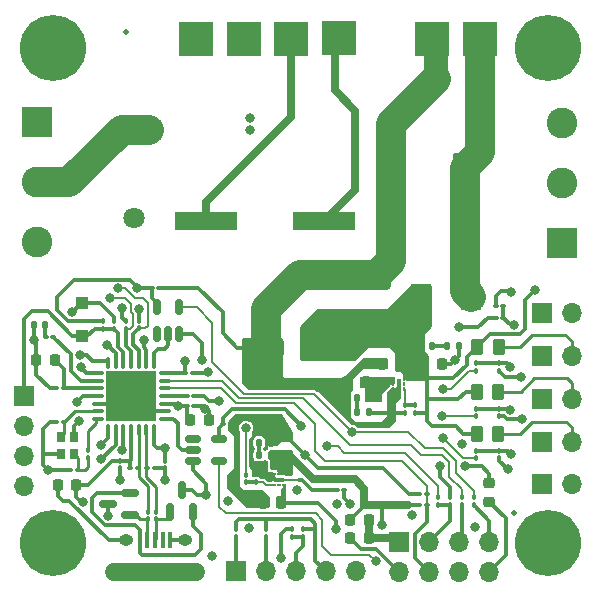
<source format=gtl>
G04 #@! TF.GenerationSoftware,KiCad,Pcbnew,(7.0.0)*
G04 #@! TF.CreationDate,2023-09-29T14:02:52-04:00*
G04 #@! TF.ProjectId,_HW_HotPlate,5f48575f-486f-4745-906c-6174652e6b69,rev?*
G04 #@! TF.SameCoordinates,Original*
G04 #@! TF.FileFunction,Copper,L1,Top*
G04 #@! TF.FilePolarity,Positive*
%FSLAX46Y46*%
G04 Gerber Fmt 4.6, Leading zero omitted, Abs format (unit mm)*
G04 Created by KiCad (PCBNEW (7.0.0)) date 2023-09-29 14:02:52*
%MOMM*%
%LPD*%
G01*
G04 APERTURE LIST*
G04 Aperture macros list*
%AMRoundRect*
0 Rectangle with rounded corners*
0 $1 Rounding radius*
0 $2 $3 $4 $5 $6 $7 $8 $9 X,Y pos of 4 corners*
0 Add a 4 corners polygon primitive as box body*
4,1,4,$2,$3,$4,$5,$6,$7,$8,$9,$2,$3,0*
0 Add four circle primitives for the rounded corners*
1,1,$1+$1,$2,$3*
1,1,$1+$1,$4,$5*
1,1,$1+$1,$6,$7*
1,1,$1+$1,$8,$9*
0 Add four rect primitives between the rounded corners*
20,1,$1+$1,$2,$3,$4,$5,0*
20,1,$1+$1,$4,$5,$6,$7,0*
20,1,$1+$1,$6,$7,$8,$9,0*
20,1,$1+$1,$8,$9,$2,$3,0*%
G04 Aperture macros list end*
G04 #@! TA.AperFunction,ComponentPad*
%ADD10R,2.600000X2.600000*%
G04 #@! TD*
G04 #@! TA.AperFunction,ComponentPad*
%ADD11C,2.600000*%
G04 #@! TD*
G04 #@! TA.AperFunction,SMDPad,CuDef*
%ADD12RoundRect,0.100000X-0.100000X0.130000X-0.100000X-0.130000X0.100000X-0.130000X0.100000X0.130000X0*%
G04 #@! TD*
G04 #@! TA.AperFunction,ComponentPad*
%ADD13R,1.700000X1.700000*%
G04 #@! TD*
G04 #@! TA.AperFunction,ComponentPad*
%ADD14O,1.700000X1.700000*%
G04 #@! TD*
G04 #@! TA.AperFunction,ComponentPad*
%ADD15C,3.600000*%
G04 #@! TD*
G04 #@! TA.AperFunction,ConnectorPad*
%ADD16C,5.600000*%
G04 #@! TD*
G04 #@! TA.AperFunction,SMDPad,CuDef*
%ADD17RoundRect,0.150000X-0.512500X-0.150000X0.512500X-0.150000X0.512500X0.150000X-0.512500X0.150000X0*%
G04 #@! TD*
G04 #@! TA.AperFunction,SMDPad,CuDef*
%ADD18RoundRect,0.225000X-0.225000X-0.250000X0.225000X-0.250000X0.225000X0.250000X-0.225000X0.250000X0*%
G04 #@! TD*
G04 #@! TA.AperFunction,SMDPad,CuDef*
%ADD19RoundRect,0.100000X0.100000X-0.130000X0.100000X0.130000X-0.100000X0.130000X-0.100000X-0.130000X0*%
G04 #@! TD*
G04 #@! TA.AperFunction,SMDPad,CuDef*
%ADD20RoundRect,0.100000X-0.130000X-0.100000X0.130000X-0.100000X0.130000X0.100000X-0.130000X0.100000X0*%
G04 #@! TD*
G04 #@! TA.AperFunction,SMDPad,CuDef*
%ADD21RoundRect,0.100000X0.130000X0.100000X-0.130000X0.100000X-0.130000X-0.100000X0.130000X-0.100000X0*%
G04 #@! TD*
G04 #@! TA.AperFunction,SMDPad,CuDef*
%ADD22RoundRect,0.250000X0.300000X-0.300000X0.300000X0.300000X-0.300000X0.300000X-0.300000X-0.300000X0*%
G04 #@! TD*
G04 #@! TA.AperFunction,SMDPad,CuDef*
%ADD23RoundRect,0.135000X-0.135000X-0.185000X0.135000X-0.185000X0.135000X0.185000X-0.135000X0.185000X0*%
G04 #@! TD*
G04 #@! TA.AperFunction,SMDPad,CuDef*
%ADD24RoundRect,0.062500X-0.087500X0.062500X-0.087500X-0.062500X0.087500X-0.062500X0.087500X0.062500X0*%
G04 #@! TD*
G04 #@! TA.AperFunction,SMDPad,CuDef*
%ADD25R,0.940000X0.300000*%
G04 #@! TD*
G04 #@! TA.AperFunction,SMDPad,CuDef*
%ADD26RoundRect,0.075000X-0.437500X-0.075000X0.437500X-0.075000X0.437500X0.075000X-0.437500X0.075000X0*%
G04 #@! TD*
G04 #@! TA.AperFunction,SMDPad,CuDef*
%ADD27RoundRect,0.075000X-0.075000X-0.437500X0.075000X-0.437500X0.075000X0.437500X-0.075000X0.437500X0*%
G04 #@! TD*
G04 #@! TA.AperFunction,ComponentPad*
%ADD28C,0.500000*%
G04 #@! TD*
G04 #@! TA.AperFunction,SMDPad,CuDef*
%ADD29R,4.250000X4.250000*%
G04 #@! TD*
G04 #@! TA.AperFunction,SMDPad,CuDef*
%ADD30RoundRect,0.250000X0.787500X1.025000X-0.787500X1.025000X-0.787500X-1.025000X0.787500X-1.025000X0*%
G04 #@! TD*
G04 #@! TA.AperFunction,SMDPad,CuDef*
%ADD31C,0.500000*%
G04 #@! TD*
G04 #@! TA.AperFunction,SMDPad,CuDef*
%ADD32RoundRect,0.062500X-0.062500X-0.087500X0.062500X-0.087500X0.062500X0.087500X-0.062500X0.087500X0*%
G04 #@! TD*
G04 #@! TA.AperFunction,SMDPad,CuDef*
%ADD33R,0.300000X0.940000*%
G04 #@! TD*
G04 #@! TA.AperFunction,SMDPad,CuDef*
%ADD34RoundRect,0.147500X-0.147500X-0.172500X0.147500X-0.172500X0.147500X0.172500X-0.147500X0.172500X0*%
G04 #@! TD*
G04 #@! TA.AperFunction,SMDPad,CuDef*
%ADD35RoundRect,0.250000X-0.262500X-0.450000X0.262500X-0.450000X0.262500X0.450000X-0.262500X0.450000X0*%
G04 #@! TD*
G04 #@! TA.AperFunction,SMDPad,CuDef*
%ADD36RoundRect,0.225000X0.225000X0.250000X-0.225000X0.250000X-0.225000X-0.250000X0.225000X-0.250000X0*%
G04 #@! TD*
G04 #@! TA.AperFunction,SMDPad,CuDef*
%ADD37RoundRect,0.250000X0.900000X-1.000000X0.900000X1.000000X-0.900000X1.000000X-0.900000X-1.000000X0*%
G04 #@! TD*
G04 #@! TA.AperFunction,SMDPad,CuDef*
%ADD38RoundRect,0.147500X0.147500X0.172500X-0.147500X0.172500X-0.147500X-0.172500X0.147500X-0.172500X0*%
G04 #@! TD*
G04 #@! TA.AperFunction,SMDPad,CuDef*
%ADD39RoundRect,0.218750X-0.218750X-0.256250X0.218750X-0.256250X0.218750X0.256250X-0.218750X0.256250X0*%
G04 #@! TD*
G04 #@! TA.AperFunction,SMDPad,CuDef*
%ADD40RoundRect,0.150000X0.587500X0.150000X-0.587500X0.150000X-0.587500X-0.150000X0.587500X-0.150000X0*%
G04 #@! TD*
G04 #@! TA.AperFunction,SMDPad,CuDef*
%ADD41RoundRect,0.218750X-0.256250X0.218750X-0.256250X-0.218750X0.256250X-0.218750X0.256250X0.218750X0*%
G04 #@! TD*
G04 #@! TA.AperFunction,SMDPad,CuDef*
%ADD42R,5.308600X1.498600*%
G04 #@! TD*
G04 #@! TA.AperFunction,SMDPad,CuDef*
%ADD43R,1.700000X2.200000*%
G04 #@! TD*
G04 #@! TA.AperFunction,SMDPad,CuDef*
%ADD44RoundRect,0.225000X0.250000X-0.225000X0.250000X0.225000X-0.250000X0.225000X-0.250000X-0.225000X0*%
G04 #@! TD*
G04 #@! TA.AperFunction,SMDPad,CuDef*
%ADD45R,0.800000X0.900000*%
G04 #@! TD*
G04 #@! TA.AperFunction,SMDPad,CuDef*
%ADD46RoundRect,0.150000X0.150000X-0.512500X0.150000X0.512500X-0.150000X0.512500X-0.150000X-0.512500X0*%
G04 #@! TD*
G04 #@! TA.AperFunction,SMDPad,CuDef*
%ADD47R,0.400000X1.350000*%
G04 #@! TD*
G04 #@! TA.AperFunction,ComponentPad*
%ADD48O,0.890000X1.550000*%
G04 #@! TD*
G04 #@! TA.AperFunction,SMDPad,CuDef*
%ADD49R,1.200000X1.550000*%
G04 #@! TD*
G04 #@! TA.AperFunction,ComponentPad*
%ADD50O,1.250000X0.950000*%
G04 #@! TD*
G04 #@! TA.AperFunction,SMDPad,CuDef*
%ADD51R,1.500000X1.550000*%
G04 #@! TD*
G04 #@! TA.AperFunction,SMDPad,CuDef*
%ADD52RoundRect,0.150000X0.150000X-0.587500X0.150000X0.587500X-0.150000X0.587500X-0.150000X-0.587500X0*%
G04 #@! TD*
G04 #@! TA.AperFunction,SMDPad,CuDef*
%ADD53RoundRect,0.250000X1.500000X0.550000X-1.500000X0.550000X-1.500000X-0.550000X1.500000X-0.550000X0*%
G04 #@! TD*
G04 #@! TA.AperFunction,ComponentPad*
%ADD54R,3.000000X3.000000*%
G04 #@! TD*
G04 #@! TA.AperFunction,ComponentPad*
%ADD55C,1.800000*%
G04 #@! TD*
G04 #@! TA.AperFunction,ViaPad*
%ADD56C,0.800000*%
G04 #@! TD*
G04 #@! TA.AperFunction,Conductor*
%ADD57C,0.304800*%
G04 #@! TD*
G04 #@! TA.AperFunction,Conductor*
%ADD58C,2.540000*%
G04 #@! TD*
G04 #@! TA.AperFunction,Conductor*
%ADD59C,2.032000*%
G04 #@! TD*
G04 #@! TA.AperFunction,Conductor*
%ADD60C,0.203200*%
G04 #@! TD*
G04 #@! TA.AperFunction,Conductor*
%ADD61C,1.524000*%
G04 #@! TD*
G04 #@! TA.AperFunction,Conductor*
%ADD62C,0.254000*%
G04 #@! TD*
G04 #@! TA.AperFunction,Conductor*
%ADD63C,0.635000*%
G04 #@! TD*
G04 #@! TA.AperFunction,Conductor*
%ADD64C,0.177800*%
G04 #@! TD*
G04 APERTURE END LIST*
D10*
X162483799Y-147345399D03*
D11*
X162483800Y-142265400D03*
X162483800Y-137185400D03*
D12*
X140563600Y-171587200D03*
X140563600Y-172227200D03*
D13*
X134853999Y-175152599D03*
D14*
X137393999Y-175152599D03*
X139933999Y-175152599D03*
X142473999Y-175152599D03*
X145013999Y-175152599D03*
D15*
X119380000Y-130810000D03*
D16*
X119380000Y-130810000D03*
D17*
X131171200Y-163957100D03*
X131171200Y-164907100D03*
X131171200Y-165857100D03*
X133446200Y-165857100D03*
X133446200Y-163957100D03*
D18*
X150710600Y-157581600D03*
X152260600Y-157581600D03*
D13*
X116921999Y-160284799D03*
D14*
X116921999Y-162824799D03*
X116921999Y-165364799D03*
X116921999Y-167904799D03*
D18*
X130974900Y-162316300D03*
X132524900Y-162316300D03*
D19*
X139598400Y-172227200D03*
X139598400Y-171587200D03*
D13*
X160725799Y-164168399D03*
D14*
X163265799Y-164168399D03*
D20*
X130667900Y-161122500D03*
X131307900Y-161122500D03*
D19*
X155168600Y-162016400D03*
X155168600Y-161376400D03*
X155166386Y-165574945D03*
X155166386Y-164934945D03*
D12*
X157149800Y-161376400D03*
X157149800Y-162016400D03*
D21*
X157495200Y-153670000D03*
X156855200Y-153670000D03*
D12*
X154965400Y-168894800D03*
X154965400Y-169534800D03*
X126669800Y-153959600D03*
X126669800Y-154599600D03*
D22*
X121843800Y-155247800D03*
X121843800Y-152447800D03*
D12*
X153974800Y-168894800D03*
X153974800Y-169534800D03*
X125501400Y-153975193D03*
X125501400Y-154615193D03*
D23*
X136802400Y-164261800D03*
X137822400Y-164261800D03*
D12*
X124993400Y-165796000D03*
X124993400Y-166436000D03*
D24*
X138874400Y-166911000D03*
X138474400Y-166911000D03*
X138074400Y-166911000D03*
X138074400Y-167861000D03*
X138474400Y-167861000D03*
X138874400Y-167861000D03*
D25*
X138474399Y-167385999D03*
D26*
X123128700Y-158367200D03*
X123128700Y-159017200D03*
X123128700Y-159667200D03*
X123128700Y-160317200D03*
X123128700Y-160967200D03*
X123128700Y-161617200D03*
X123128700Y-162267200D03*
D27*
X124016200Y-163154700D03*
X124666200Y-163154700D03*
X125316200Y-163154700D03*
X125966200Y-163154700D03*
X126616200Y-163154700D03*
X127266200Y-163154700D03*
X127916200Y-163154700D03*
D26*
X128803700Y-162267200D03*
X128803700Y-161617200D03*
X128803700Y-160967200D03*
X128803700Y-160317200D03*
X128803700Y-159667200D03*
X128803700Y-159017200D03*
X128803700Y-158367200D03*
D27*
X127916200Y-157479700D03*
X127266200Y-157479700D03*
X126616200Y-157479700D03*
X125966200Y-157479700D03*
X125316200Y-157479700D03*
X124666200Y-157479700D03*
X124016200Y-157479700D03*
D28*
X124541200Y-158892200D03*
X124541200Y-159842200D03*
X124541200Y-160792200D03*
X124541200Y-161742200D03*
X125491200Y-158892200D03*
X125491200Y-159842200D03*
X125491200Y-160792200D03*
X125491200Y-161742200D03*
D29*
X125966199Y-160317199D03*
D28*
X126441200Y-158892200D03*
X126441200Y-159842200D03*
X126441200Y-160792200D03*
X126441200Y-161742200D03*
X127391200Y-158892200D03*
X127391200Y-159842200D03*
X127391200Y-160792200D03*
X127391200Y-161742200D03*
D30*
X154217100Y-140970000D03*
X147992100Y-140970000D03*
D19*
X155158400Y-158181000D03*
X155158400Y-157541000D03*
D20*
X127721400Y-151155400D03*
X128361400Y-151155400D03*
D13*
X160725799Y-153314799D03*
D14*
X163265799Y-153314799D03*
D31*
X125577600Y-129514600D03*
D32*
X148165800Y-158908800D03*
X148165800Y-159308800D03*
X148165800Y-159708800D03*
X149115800Y-159708800D03*
X149115800Y-159308800D03*
X149115800Y-158908800D03*
D33*
X148640799Y-159308799D03*
D34*
X145094800Y-160523606D03*
X146064800Y-160523606D03*
X136827400Y-165328600D03*
X137797400Y-165328600D03*
D12*
X137388600Y-171587200D03*
X137388600Y-172227200D03*
D15*
X161290000Y-172720000D03*
D16*
X161290000Y-172720000D03*
D19*
X136541600Y-167601200D03*
X136541600Y-166961200D03*
D35*
X155246700Y-159969200D03*
X157071700Y-159969200D03*
D30*
X154191700Y-145973800D03*
X147966700Y-145973800D03*
D35*
X155246700Y-163525200D03*
X157071700Y-163525200D03*
D20*
X133766600Y-162712400D03*
X134406600Y-162712400D03*
D36*
X148780800Y-157581600D03*
X147230800Y-157581600D03*
D12*
X123621800Y-153985000D03*
X123621800Y-154625000D03*
D37*
X146786600Y-154397600D03*
X146786600Y-150097600D03*
D20*
X125892600Y-166448300D03*
X126532600Y-166448300D03*
D13*
X160725799Y-160553799D03*
D14*
X163265799Y-160553799D03*
D36*
X138646200Y-169341800D03*
X137096200Y-169341800D03*
D21*
X131307900Y-160309700D03*
X130667900Y-160309700D03*
D19*
X128854200Y-166436000D03*
X128854200Y-165796000D03*
D13*
X148676999Y-172657599D03*
D14*
X148676999Y-175197599D03*
X151216999Y-172657599D03*
X151216999Y-175197599D03*
X153756999Y-172657599D03*
X153756999Y-175197599D03*
X156296999Y-172657599D03*
X156296999Y-175197599D03*
D23*
X145069800Y-161666606D03*
X146089800Y-161666606D03*
D38*
X151488000Y-156108400D03*
X150518000Y-156108400D03*
D19*
X127381000Y-170754000D03*
X127381000Y-170114000D03*
D36*
X121323400Y-167843200D03*
X119773400Y-167843200D03*
D39*
X144525900Y-170789600D03*
X146100900Y-170789600D03*
D12*
X149123400Y-161118006D03*
X149123400Y-161758006D03*
D21*
X121450900Y-166594700D03*
X120810900Y-166594700D03*
X120258900Y-162544900D03*
X119618900Y-162544900D03*
X120258800Y-159664400D03*
X119618800Y-159664400D03*
D19*
X128092200Y-170754000D03*
X128092200Y-170114000D03*
D40*
X125905500Y-170418800D03*
X125905500Y-168518800D03*
X124030500Y-169468800D03*
D41*
X156286200Y-167690700D03*
X156286200Y-169265700D03*
D12*
X157149800Y-164932400D03*
X157149800Y-165572400D03*
D21*
X119372300Y-155295600D03*
X118732300Y-155295600D03*
D42*
X132308599Y-145491199D03*
X142316199Y-145491199D03*
D12*
X152984200Y-168894800D03*
X152984200Y-169534800D03*
D19*
X150037800Y-161754941D03*
X150037800Y-161114941D03*
D35*
X155251728Y-156133800D03*
X157076728Y-156133800D03*
D12*
X157139600Y-157541000D03*
X157139600Y-158181000D03*
D13*
X160725799Y-156921599D03*
D14*
X163265799Y-156921599D03*
D10*
X118033599Y-137129599D03*
D11*
X118033600Y-142209600D03*
X118033600Y-147289600D03*
D34*
X117752000Y-154305000D03*
X118722000Y-154305000D03*
D15*
X161290000Y-130810000D03*
D16*
X161290000Y-130810000D03*
D21*
X150992800Y-168579800D03*
X150352800Y-168579800D03*
D36*
X145821400Y-159152006D03*
X144271400Y-159152006D03*
D12*
X135686800Y-166964400D03*
X135686800Y-167604400D03*
D15*
X119380000Y-172720000D03*
D16*
X119380000Y-172720000D03*
D21*
X131206200Y-158369000D03*
X130566200Y-158369000D03*
D23*
X152753600Y-156108400D03*
X153773600Y-156108400D03*
D43*
X154753999Y-151942799D03*
X150553999Y-151942799D03*
D44*
X139166600Y-165316200D03*
X139166600Y-163766200D03*
D45*
X119998499Y-163826099D03*
X119998499Y-165226099D03*
X121098499Y-165226099D03*
X121098499Y-163826099D03*
D46*
X128132900Y-155097200D03*
X129082900Y-155097200D03*
X130032900Y-155097200D03*
X130032900Y-152822200D03*
X128132900Y-152822200D03*
D31*
X158419800Y-170180000D03*
D47*
X126699999Y-172509199D03*
X127349999Y-172509199D03*
X127999999Y-172509199D03*
X128649999Y-172509199D03*
X129299999Y-172509199D03*
D48*
X124499999Y-175209199D03*
D49*
X125099999Y-175209199D03*
D50*
X125499999Y-172509199D03*
D51*
X126999999Y-175209199D03*
X128999999Y-175209199D03*
D50*
X130499999Y-172509199D03*
D49*
X130899999Y-175209199D03*
D48*
X131499999Y-175209199D03*
D52*
X129301200Y-170177700D03*
X131201200Y-170177700D03*
X130251200Y-168302700D03*
D19*
X122350100Y-165543100D03*
X122350100Y-164903100D03*
D36*
X146088400Y-172339000D03*
X144538400Y-172339000D03*
D53*
X142501600Y-156235400D03*
X137101600Y-156235400D03*
D12*
X151993600Y-168894800D03*
X151993600Y-169534800D03*
D13*
X160725799Y-167792799D03*
D14*
X163265799Y-167792799D03*
D36*
X119494600Y-157251400D03*
X117944600Y-157251400D03*
D54*
X131500399Y-130047999D03*
X135500399Y-130047999D03*
X139500399Y-130047999D03*
X143540399Y-130017999D03*
X151470399Y-130047999D03*
X155500399Y-130047999D03*
D21*
X127980400Y-166446200D03*
X127340400Y-166446200D03*
D19*
X124536200Y-154614700D03*
X124536200Y-153974700D03*
D55*
X127497600Y-137753400D03*
X126197600Y-145253400D03*
D21*
X144033200Y-168249600D03*
X143393200Y-168249600D03*
D20*
X150352800Y-169570400D03*
X150992800Y-169570400D03*
D12*
X134848600Y-171587200D03*
X134848600Y-172227200D03*
D20*
X156855200Y-152730200D03*
X157495200Y-152730200D03*
D56*
X159025832Y-162221940D03*
X137109200Y-157988000D03*
X131978400Y-157226000D03*
X137744200Y-159080200D03*
X137134600Y-166446200D03*
X153405417Y-157266217D03*
X138633200Y-173990000D03*
X158978600Y-158693486D03*
X135788400Y-157988000D03*
X124039174Y-170473826D03*
X136423400Y-159080200D03*
X118918900Y-166594700D03*
X132232400Y-161432300D03*
X117754400Y-155575000D03*
X137134600Y-162941000D03*
X153720800Y-154457400D03*
X157861000Y-166522400D03*
X149775580Y-170429015D03*
X121005600Y-153233100D03*
X124993400Y-167421500D03*
X121539000Y-162433000D03*
X132816600Y-173888400D03*
X135943289Y-171490700D03*
X155094600Y-171373800D03*
X132334000Y-168706800D03*
X138277600Y-157988000D03*
X154000200Y-164363400D03*
X140722500Y-165322100D03*
X121880174Y-169254626D03*
X126492000Y-151155400D03*
X143383000Y-169443400D03*
X144526000Y-169443400D03*
X140004800Y-168249600D03*
X129982100Y-161122500D03*
X128854200Y-167386000D03*
X132511800Y-158316100D03*
X134213600Y-169164000D03*
X140385800Y-162880100D03*
X147091400Y-159531300D03*
X149326600Y-156184600D03*
X143332200Y-171602400D03*
X160172400Y-151333200D03*
X149352000Y-154813000D03*
X149352000Y-153644600D03*
X147170967Y-171270527D03*
X154228800Y-166276045D03*
X152094747Y-166268853D03*
X136017000Y-137769600D03*
X136017000Y-136804400D03*
X128813500Y-164744400D03*
X124841000Y-151206200D03*
X124180600Y-152044400D03*
X144678400Y-163372800D03*
X146685000Y-174294800D03*
X158419800Y-154305000D03*
X135686800Y-163017200D03*
X125196600Y-164896800D03*
X130556000Y-157378400D03*
X123418600Y-164490400D03*
X123926600Y-155956000D03*
X152348747Y-163854947D03*
X121704100Y-157899100D03*
X152298400Y-162026600D03*
X121666000Y-156870400D03*
X152349200Y-159740600D03*
X142570200Y-164579753D03*
X121412000Y-160807400D03*
X123445726Y-165660526D03*
X158140400Y-151511000D03*
X127025400Y-155549600D03*
X158165800Y-165218686D03*
X158089600Y-161503400D03*
X158089600Y-157871200D03*
X125196600Y-152857200D03*
X126669800Y-152933400D03*
X133451600Y-160731200D03*
D57*
X157538545Y-162016400D02*
X157149800Y-162016400D01*
X131648200Y-151155400D02*
X133731000Y-153238200D01*
D58*
X146786600Y-150097600D02*
X140249800Y-150097600D01*
D57*
X119773400Y-168744600D02*
X120218200Y-169189400D01*
X141811005Y-166410605D02*
X140722500Y-165322100D01*
X128361400Y-151155400D02*
X131648200Y-151155400D01*
X146181200Y-161758006D02*
X146089800Y-161666606D01*
X121098500Y-162873500D02*
X121539000Y-162433000D01*
X118516400Y-164592000D02*
X118516400Y-165226100D01*
X121098500Y-163826100D02*
X121098500Y-162873500D01*
X152260600Y-157581600D02*
X153090033Y-157581600D01*
X157149800Y-165811200D02*
X157149800Y-165572400D01*
X121005600Y-153233100D02*
X121806000Y-152432700D01*
X121806000Y-152432700D02*
X123375100Y-152432700D01*
X118918900Y-166594700D02*
X118516400Y-166192200D01*
X117944600Y-157251400D02*
X117944600Y-155765200D01*
X133731000Y-153238200D02*
X133731000Y-154990800D01*
X156151106Y-153670000D02*
X155363706Y-154457400D01*
X117752000Y-155572600D02*
X117754400Y-155575000D01*
X120810900Y-166594700D02*
X118918900Y-166594700D01*
X119618800Y-159664400D02*
X119100600Y-159664400D01*
X148031200Y-160832800D02*
X148638400Y-160225600D01*
X133731000Y-154990800D02*
X134975600Y-156235400D01*
X139598400Y-171587200D02*
X139054800Y-171587200D01*
X118516400Y-165226100D02*
X119998500Y-165226100D01*
X157652086Y-158693486D02*
X157139600Y-158181000D01*
X131171200Y-165857100D02*
X131171200Y-166604200D01*
X130032900Y-155097200D02*
X131246600Y-155097200D01*
X141274800Y-168249600D02*
X143393200Y-168249600D01*
X131117100Y-168302700D02*
X131521200Y-168706800D01*
X158991972Y-162255800D02*
X157777945Y-162255800D01*
X149479000Y-168579800D02*
X147309805Y-166410605D01*
X146707400Y-173228000D02*
X148677000Y-175197600D01*
X124536200Y-153593800D02*
X124536200Y-153974700D01*
D58*
X137388600Y-152958800D02*
X137388600Y-155948400D01*
D57*
X144538400Y-172339000D02*
X145427400Y-173228000D01*
X131307900Y-161122500D02*
X132090300Y-161122500D01*
X139054800Y-171587200D02*
X138811000Y-171831000D01*
X123375100Y-152432700D02*
X124536200Y-153593800D01*
D58*
X147992100Y-137275300D02*
X147992100Y-148892100D01*
D57*
X128953700Y-161617200D02*
X127516200Y-161617200D01*
X158978600Y-158693486D02*
X157652086Y-158693486D01*
X138811000Y-171831000D02*
X138633200Y-172008800D01*
X148031200Y-161758006D02*
X146181200Y-161758006D01*
X153494317Y-157177317D02*
X153773600Y-156898033D01*
D58*
X151790400Y-133477000D02*
X147992100Y-137275300D01*
D57*
X148638400Y-160225600D02*
X148638400Y-159574963D01*
X159025832Y-162221940D02*
X158991972Y-162255800D01*
X127516200Y-161617200D02*
X127391200Y-161742200D01*
X119064900Y-162544900D02*
X119618900Y-162544900D01*
X148031200Y-161758006D02*
X148031200Y-160832800D01*
X156855200Y-153670000D02*
X156151106Y-153670000D01*
X140205254Y-167386000D02*
X140411200Y-167386000D01*
X117944600Y-155765200D02*
X117754400Y-155575000D01*
X150352800Y-168579800D02*
X149479000Y-168579800D01*
X157861000Y-166522400D02*
X157149800Y-165811200D01*
D59*
X151790400Y-130048000D02*
X151790400Y-133477000D01*
D57*
X132334000Y-167767000D02*
X132334000Y-168706800D01*
X145427400Y-173228000D02*
X146707400Y-173228000D01*
D58*
X147992100Y-148892100D02*
X146786600Y-150097600D01*
D57*
X119100600Y-159664400D02*
X117944600Y-158508400D01*
X132232400Y-161264600D02*
X132232400Y-161432300D01*
X118516400Y-164592000D02*
X118516400Y-163093400D01*
X120218200Y-169189400D02*
X120751600Y-169189400D01*
X134975600Y-156235400D02*
X137101600Y-156235400D01*
X132090300Y-161122500D02*
X132232400Y-161264600D01*
X153405417Y-157266217D02*
X153494317Y-157177317D01*
X131521200Y-168706800D02*
X132334000Y-168706800D01*
X140722500Y-165322100D02*
X139166600Y-163766200D01*
X119773400Y-167843200D02*
X119773400Y-168744600D01*
X122978700Y-160967200D02*
X124366200Y-160967200D01*
X147309805Y-166410605D02*
X141811005Y-166410605D01*
X131246600Y-155097200D02*
X131978400Y-155829000D01*
X131171200Y-166604200D02*
X132334000Y-167767000D01*
X140411200Y-167386000D02*
X141274800Y-168249600D01*
X117944600Y-158508400D02*
X117944600Y-157251400D01*
X153090033Y-157581600D02*
X153494317Y-157177317D01*
X124030500Y-170465152D02*
X124030500Y-169468800D01*
X155363706Y-154457400D02*
X153720800Y-154457400D01*
X132524900Y-161557100D02*
X132524900Y-162316300D01*
X124071400Y-172509200D02*
X125500000Y-172509200D01*
X129300000Y-172509200D02*
X130500000Y-172509200D01*
X131978400Y-155829000D02*
X131978400Y-157226000D01*
X130251200Y-168302700D02*
X131117100Y-168302700D01*
D58*
X140249800Y-150097600D02*
X137388600Y-152958800D01*
D57*
X124993400Y-167421500D02*
X124993400Y-166436000D01*
X124366200Y-160967200D02*
X124541200Y-160792200D01*
X153773600Y-156898033D02*
X153773600Y-156108400D01*
X132232400Y-161264600D02*
X132524900Y-161557100D01*
X138633200Y-172008800D02*
X138633200Y-173990000D01*
X120751600Y-169189400D02*
X124071400Y-172509200D01*
X124039174Y-170473826D02*
X124030500Y-170465152D01*
X149123400Y-161758006D02*
X148031200Y-161758006D01*
X118516400Y-163093400D02*
X119064900Y-162544900D01*
D60*
X140205254Y-167386000D02*
X138474400Y-167386000D01*
D61*
X124500000Y-175209200D02*
X131500000Y-175209200D01*
D57*
X157777945Y-162255800D02*
X157538545Y-162016400D01*
X117752000Y-154305000D02*
X117752000Y-155572600D01*
X118516400Y-166192200D02*
X118516400Y-164592000D01*
D62*
X120258900Y-162544900D02*
X120258900Y-163565700D01*
X121186600Y-161617200D02*
X120258900Y-162544900D01*
X122978700Y-161617200D02*
X121186600Y-161617200D01*
X121098500Y-165226100D02*
X121450900Y-165578500D01*
X121450900Y-165578500D02*
X121450900Y-166594700D01*
X121450900Y-166594700D02*
X122050900Y-166594700D01*
X122350100Y-166295500D02*
X122350100Y-165543100D01*
X122050900Y-166594700D02*
X122350100Y-166295500D01*
D57*
X129826800Y-160967200D02*
X129982100Y-161122500D01*
X133446200Y-163957100D02*
X133446200Y-163032800D01*
X125892600Y-166448300D02*
X125892600Y-165785800D01*
X125866600Y-150453800D02*
X126492000Y-151079200D01*
X138963400Y-161442400D02*
X140385800Y-162864800D01*
X133766600Y-162168800D02*
X134493000Y-161442400D01*
X128953700Y-160967200D02*
X129826800Y-160967200D01*
X130667900Y-161122500D02*
X130667900Y-162009300D01*
X125966200Y-163304700D02*
X125966200Y-165712200D01*
X133446200Y-163032800D02*
X133766600Y-162712400D01*
X128844000Y-166446200D02*
X128854200Y-166436000D01*
X130667900Y-162009300D02*
X130974900Y-162316300D01*
X125966200Y-165712200D02*
X125882400Y-165796000D01*
X124373600Y-165796000D02*
X122326400Y-167843200D01*
X120609400Y-153985000D02*
X119659400Y-153035000D01*
X132458900Y-158369000D02*
X132511800Y-158316100D01*
X121097600Y-150453800D02*
X125866600Y-150453800D01*
X127980400Y-166446200D02*
X128844000Y-166446200D01*
X134493000Y-161442400D02*
X138963400Y-161442400D01*
X127721400Y-151155400D02*
X127721400Y-152029200D01*
X128854200Y-166436000D02*
X128854200Y-167386000D01*
X124993400Y-165796000D02*
X124373600Y-165796000D01*
X133766600Y-162712400D02*
X133766600Y-162168800D01*
X140385800Y-162864800D02*
X140385800Y-162880100D01*
X126492000Y-151079200D02*
X126492000Y-151155400D01*
X122326400Y-167843200D02*
X121323400Y-167843200D01*
X131206200Y-158369000D02*
X132458900Y-158369000D01*
X119659400Y-153035000D02*
X119659400Y-151892000D01*
X125882400Y-165796000D02*
X124993400Y-165796000D01*
X129982100Y-161122500D02*
X130667900Y-161122500D01*
X121880174Y-169254626D02*
X121705826Y-169254626D01*
X119659400Y-151892000D02*
X121097600Y-150453800D01*
X123571000Y-153985000D02*
X120609400Y-153985000D01*
X127721400Y-152029200D02*
X128132900Y-152440700D01*
X125892600Y-165785800D02*
X125966200Y-165712200D01*
X128132900Y-152440700D02*
X128132900Y-152822200D01*
X121705826Y-169254626D02*
X121323400Y-168872200D01*
X126492000Y-151155400D02*
X127721400Y-151155400D01*
X144526000Y-169443400D02*
X144033200Y-168950600D01*
X121323400Y-168872200D02*
X121323400Y-167843200D01*
X144033200Y-168950600D02*
X144033200Y-168249600D01*
X123977400Y-154625000D02*
X122883400Y-154625000D01*
X117576600Y-153136600D02*
X116922000Y-153791200D01*
X125316200Y-156609000D02*
X124866400Y-156159200D01*
X124866400Y-156159200D02*
X124866400Y-154944900D01*
X122275700Y-155232700D02*
X120993500Y-155232700D01*
X124866400Y-154944900D02*
X124536200Y-154614700D01*
X122883400Y-154625000D02*
X122275700Y-155232700D01*
X124536200Y-154614700D02*
X123987700Y-154614700D01*
X118897400Y-153136600D02*
X117576600Y-153136600D01*
X120993500Y-155232700D02*
X118897400Y-153136600D01*
X125316200Y-157329700D02*
X125316200Y-156609000D01*
X116922000Y-153791200D02*
X116922000Y-160284800D01*
X120258800Y-158015600D02*
X119494600Y-157251400D01*
X122978700Y-159667200D02*
X121020800Y-159667200D01*
X121020800Y-159664400D02*
X120258800Y-159664400D01*
X120258800Y-159664400D02*
X120258800Y-158015600D01*
X159308800Y-152196800D02*
X159308800Y-154609800D01*
X141579600Y-171805600D02*
X141579600Y-171145200D01*
X142474000Y-175152600D02*
X141579600Y-174258200D01*
X154381200Y-157004328D02*
X154381200Y-157657800D01*
X141808200Y-169341800D02*
X143332200Y-170865800D01*
X160172400Y-151333200D02*
X159308800Y-152196800D01*
X155251728Y-156133800D02*
X154381200Y-157004328D01*
X151434800Y-162890200D02*
X151003000Y-162458400D01*
X153441400Y-162890200D02*
X151434800Y-162890200D01*
X138646200Y-169341800D02*
X141808200Y-169341800D01*
X151003000Y-157874000D02*
X150710600Y-157581600D01*
X154076400Y-163525200D02*
X153441400Y-162890200D01*
X154381200Y-157657800D02*
X153263600Y-158775400D01*
X155246700Y-159969200D02*
X154305000Y-159969200D01*
X155246700Y-163525200D02*
X154076400Y-163525200D01*
X143332200Y-170865800D02*
X143332200Y-171602400D01*
X151003000Y-161366200D02*
X151003000Y-159943800D01*
X153670000Y-160604200D02*
X151003000Y-160604200D01*
X159308800Y-154609800D02*
X158861200Y-155057400D01*
X151003000Y-160604200D02*
X151003000Y-159943800D01*
X141579600Y-174258200D02*
X141579600Y-171805600D01*
X151003000Y-161754941D02*
X151003000Y-161366200D01*
X158861200Y-155057400D02*
X156328128Y-155057400D01*
X151003000Y-162458400D02*
X151003000Y-161366200D01*
X137388600Y-170738800D02*
X137388600Y-171587200D01*
X154305000Y-159969200D02*
X153670000Y-160604200D01*
X134848600Y-170992800D02*
X134848600Y-171587200D01*
X141173200Y-170738800D02*
X135102600Y-170738800D01*
X150037800Y-161754941D02*
X151003000Y-161754941D01*
X141579600Y-171145200D02*
X141173200Y-170738800D01*
X151003000Y-159943800D02*
X151003000Y-157874000D01*
X135102600Y-170738800D02*
X134848600Y-170992800D01*
X156328128Y-155057400D02*
X155251728Y-156133800D01*
X153263600Y-158775400D02*
X151003000Y-158775400D01*
X141579600Y-171587200D02*
X140563600Y-171587200D01*
D63*
X143210400Y-134422000D02*
X143210400Y-130048000D01*
X144932400Y-136144000D02*
X143210400Y-134422000D01*
X142316200Y-145491200D02*
X144932400Y-142875000D01*
X144932400Y-142875000D02*
X144932400Y-136144000D01*
D57*
X145745100Y-169570400D02*
X144525900Y-170789600D01*
X152984200Y-168894800D02*
X152984200Y-168046400D01*
X156286200Y-167690700D02*
X156286200Y-166878000D01*
X137797400Y-165328600D02*
X139154200Y-165328600D01*
X147170967Y-169871833D02*
X147472400Y-169570400D01*
X149453600Y-169570400D02*
X150352800Y-169570400D01*
X147170967Y-171270527D02*
X147170967Y-169871833D01*
D63*
X145745200Y-169570400D02*
X147472400Y-169570400D01*
X145745200Y-169570400D02*
X145719800Y-169545000D01*
D57*
X155684245Y-166276045D02*
X154228800Y-166276045D01*
D63*
X147472400Y-169570400D02*
X149453600Y-169570400D01*
D57*
X145745200Y-169570400D02*
X145745100Y-169570400D01*
X156286200Y-166878000D02*
X155684245Y-166276045D01*
X139154200Y-165328600D02*
X139166600Y-165316200D01*
D63*
X141351000Y-167360600D02*
X139306600Y-165316200D01*
X145719800Y-169545000D02*
X145719800Y-168173400D01*
X145719800Y-168173400D02*
X144907000Y-167360600D01*
D57*
X152984200Y-168046400D02*
X152094747Y-167156947D01*
D63*
X144907000Y-167360600D02*
X141351000Y-167360600D01*
D57*
X152094747Y-167156947D02*
X152094747Y-166268853D01*
X139306600Y-165316200D02*
X139166600Y-165316200D01*
X148677000Y-172657600D02*
X148358400Y-172339000D01*
X146088400Y-170802100D02*
X146100900Y-170789600D01*
D63*
X148358400Y-172339000D02*
X146088400Y-172339000D01*
X146088400Y-172339000D02*
X146088400Y-170802100D01*
D60*
X133604000Y-159664400D02*
X134823200Y-160883600D01*
D57*
X150012400Y-172008800D02*
X150012400Y-173993000D01*
X151028400Y-170992800D02*
X150012400Y-172008800D01*
D60*
X128956500Y-159664400D02*
X133604000Y-159664400D01*
X139750800Y-160883600D02*
X141554200Y-162687000D01*
X134823200Y-160883600D02*
X139750800Y-160883600D01*
X141554200Y-164973000D02*
X142392400Y-165811200D01*
X148894800Y-165811200D02*
X150992800Y-167909200D01*
X141554200Y-162687000D02*
X141554200Y-164973000D01*
X142392400Y-165811200D02*
X148894800Y-165811200D01*
D57*
X150012400Y-173993000D02*
X151217000Y-175197600D01*
X151028400Y-169534800D02*
X151028400Y-170992800D01*
D60*
X150992800Y-167909200D02*
X150992800Y-169570400D01*
D57*
X140563600Y-172227200D02*
X140563600Y-172999400D01*
X139934000Y-173629000D02*
X139934000Y-175152600D01*
X139598400Y-172227200D02*
X140563600Y-172227200D01*
X140563600Y-172999400D02*
X139934000Y-173629000D01*
X118722000Y-154305000D02*
X118722000Y-155285300D01*
X118722000Y-155285300D02*
X118732300Y-155295600D01*
X157683200Y-173811400D02*
X156297000Y-175197600D01*
X157683200Y-170662700D02*
X157683200Y-173811400D01*
X156286200Y-169265700D02*
X157683200Y-170662700D01*
X156297000Y-170866400D02*
X156297000Y-172657600D01*
X154965400Y-169534800D02*
X156297000Y-170866400D01*
X127916200Y-164492200D02*
X127916200Y-163304700D01*
X128813500Y-164744400D02*
X128854200Y-164785100D01*
X128854200Y-164785100D02*
X128854200Y-165796000D01*
X128168400Y-164744400D02*
X127916200Y-164492200D01*
X128813500Y-164744400D02*
X128168400Y-164744400D01*
D63*
X132308600Y-143865600D02*
X132308600Y-145491200D01*
X139500400Y-136673800D02*
X132308600Y-143865600D01*
X139500400Y-130048000D02*
X139500400Y-136673800D01*
D64*
X127137200Y-154599600D02*
X126669800Y-154599600D01*
X124841000Y-151206200D02*
X125476000Y-151206200D01*
X127358700Y-152453900D02*
X127358700Y-154378100D01*
D57*
X126616200Y-157329700D02*
X126616200Y-156435800D01*
X126161800Y-155107600D02*
X126669800Y-154599600D01*
X126616200Y-156435800D02*
X126161800Y-155981400D01*
D64*
X125476000Y-151206200D02*
X126314200Y-152044400D01*
D57*
X126161800Y-155981400D02*
X126161800Y-155107600D01*
D64*
X126314200Y-152044400D02*
X126949200Y-152044400D01*
X126949200Y-152044400D02*
X127358700Y-152453900D01*
X127358700Y-154378100D02*
X127137200Y-154599600D01*
X125942700Y-152511100D02*
X125942700Y-153180552D01*
D57*
X125501400Y-156080304D02*
X125501400Y-154615193D01*
X125966200Y-157329700D02*
X125966200Y-156545104D01*
D64*
X126111000Y-153348852D02*
X126111000Y-154381200D01*
D57*
X125966200Y-156545104D02*
X125501400Y-156080304D01*
D64*
X125476000Y-152044400D02*
X125942700Y-152511100D01*
X124180600Y-152044400D02*
X125476000Y-152044400D01*
X125877007Y-154615193D02*
X125501400Y-154615193D01*
X126111000Y-154381200D02*
X125877007Y-154615193D01*
X125942700Y-153180552D02*
X126111000Y-153348852D01*
D58*
X118033600Y-142209600D02*
X120731200Y-142209600D01*
X120731200Y-142209600D02*
X125187400Y-137753400D01*
X125187400Y-137753400D02*
X127497600Y-137753400D01*
D62*
X163265800Y-164168400D02*
X163265800Y-162961000D01*
X162788600Y-162483800D02*
X159918400Y-162483800D01*
X158877000Y-163525200D02*
X157071700Y-163525200D01*
X163265800Y-162961000D02*
X162788600Y-162483800D01*
X159918400Y-162483800D02*
X158877000Y-163525200D01*
X162890200Y-158826200D02*
X160096200Y-158826200D01*
X163265800Y-160553800D02*
X163265800Y-159201800D01*
X158953200Y-159969200D02*
X157071700Y-159969200D01*
X160096200Y-158826200D02*
X158953200Y-159969200D01*
X163265800Y-159201800D02*
X162890200Y-158826200D01*
X159918400Y-155117800D02*
X158902400Y-156133800D01*
X163265800Y-156921600D02*
X163265800Y-155696600D01*
X162687000Y-155117800D02*
X159918400Y-155117800D01*
X163265800Y-155696600D02*
X162687000Y-155117800D01*
X158902400Y-156133800D02*
X157076728Y-156133800D01*
D60*
X154965400Y-168894800D02*
X154965400Y-168376600D01*
X154965400Y-168376600D02*
X153441400Y-166852600D01*
X153441400Y-166852600D02*
X153441400Y-165785800D01*
X131511600Y-152822200D02*
X130032900Y-152822200D01*
X150825200Y-164744400D02*
X149453600Y-163372800D01*
X141427200Y-160121600D02*
X135559800Y-160121600D01*
X144678400Y-163372800D02*
X141427200Y-160121600D01*
X132842000Y-154152600D02*
X131511600Y-152822200D01*
X149453600Y-163372800D02*
X144678400Y-163372800D01*
X132842000Y-157403800D02*
X132842000Y-154152600D01*
X135559800Y-160121600D02*
X132842000Y-157403800D01*
X153441400Y-165785800D02*
X152400000Y-164744400D01*
X152400000Y-164744400D02*
X150825200Y-164744400D01*
D57*
X151993600Y-169534800D02*
X152984200Y-169534800D01*
X152984200Y-170890400D02*
X151217000Y-172657600D01*
X152984200Y-169534800D02*
X152984200Y-170890400D01*
X153757000Y-172657600D02*
X153974800Y-172439800D01*
X153974800Y-172439800D02*
X153974800Y-169534800D01*
D60*
X141605000Y-170256200D02*
X133985000Y-170256200D01*
X142138400Y-170789600D02*
X141605000Y-170256200D01*
X133985000Y-170256200D02*
X133446200Y-169717400D01*
X146151600Y-173761400D02*
X142900400Y-173761400D01*
X133446200Y-169717400D02*
X133446200Y-165857100D01*
X142900400Y-173761400D02*
X142138400Y-172999400D01*
X146685000Y-174294800D02*
X146151600Y-173761400D01*
X142138400Y-172999400D02*
X142138400Y-170789600D01*
D57*
X134848600Y-172227200D02*
X134848600Y-175147200D01*
X134848600Y-175147200D02*
X134854000Y-175152600D01*
X137388600Y-175147200D02*
X137394000Y-175152600D01*
X137388600Y-172227200D02*
X137388600Y-175147200D01*
X131368800Y-173786800D02*
X126898400Y-173786800D01*
X123124000Y-168518800D02*
X122656600Y-168986200D01*
X123774200Y-171272200D02*
X126339600Y-171272200D01*
X126700000Y-173588400D02*
X126700000Y-172509200D01*
X126339600Y-171272200D02*
X126700000Y-171632600D01*
X126700000Y-171632600D02*
X126700000Y-172509200D01*
X131902200Y-172008800D02*
X131902200Y-173253400D01*
X126898400Y-173786800D02*
X126700000Y-173588400D01*
X125905500Y-168518800D02*
X123124000Y-168518800D01*
X131902200Y-173253400D02*
X131368800Y-173786800D01*
X131201200Y-170177700D02*
X131201200Y-171307800D01*
X122656600Y-168986200D02*
X122656600Y-170154600D01*
X122656600Y-170154600D02*
X123774200Y-171272200D01*
X131201200Y-171307800D02*
X131902200Y-172008800D01*
X158419800Y-154305000D02*
X158130200Y-154305000D01*
X157495200Y-152730200D02*
X157495200Y-153670000D01*
X158130200Y-154305000D02*
X157495200Y-153670000D01*
D62*
X122350100Y-163247500D02*
X122978700Y-162618900D01*
X122350100Y-164903100D02*
X122350100Y-163247500D01*
X122978700Y-162618900D02*
X122978700Y-162267200D01*
D57*
X120853200Y-158165800D02*
X120853200Y-156776500D01*
X121704600Y-159017200D02*
X120853200Y-158165800D01*
X122978700Y-159017200D02*
X121704600Y-159017200D01*
X120853200Y-156776500D02*
X119372300Y-155295600D01*
D60*
X135686800Y-163017200D02*
X135686800Y-166964400D01*
D57*
X125316200Y-164777200D02*
X125316200Y-163304700D01*
X125196600Y-164896800D02*
X125316200Y-164777200D01*
X130564400Y-158367200D02*
X130566200Y-158369000D01*
X130566200Y-158369000D02*
X130566200Y-157388600D01*
X130566200Y-157388600D02*
X130556000Y-157378400D01*
X128953700Y-158367200D02*
X130564400Y-158367200D01*
X123418600Y-164490400D02*
X124016200Y-163892800D01*
X124016200Y-163892800D02*
X124016200Y-163304700D01*
X123926600Y-155956000D02*
X124666200Y-156695600D01*
D60*
X154068745Y-165574945D02*
X155166386Y-165574945D01*
D57*
X124666200Y-156695600D02*
X124666200Y-157329700D01*
D60*
X152348747Y-163854947D02*
X154068745Y-165574945D01*
X152308600Y-162016400D02*
X155168600Y-162016400D01*
X152298400Y-162026600D02*
X152308600Y-162016400D01*
D57*
X121704100Y-157899100D02*
X122172200Y-158367200D01*
X122172200Y-158367200D02*
X122978700Y-158367200D01*
D60*
X152349200Y-159740600D02*
X153035000Y-159740600D01*
D57*
X122684100Y-157329700D02*
X124016200Y-157329700D01*
X122224800Y-156870400D02*
X122684100Y-157329700D01*
D60*
X154594600Y-158181000D02*
X155158400Y-158181000D01*
X153035000Y-159740600D02*
X154594600Y-158181000D01*
D57*
X121666000Y-156870400D02*
X122224800Y-156870400D01*
X121412000Y-160807400D02*
X121902200Y-160317200D01*
D60*
X144018000Y-165100000D02*
X149148800Y-165100000D01*
D57*
X121902200Y-160317200D02*
X122978700Y-160317200D01*
D60*
X149148800Y-165100000D02*
X151993600Y-167944800D01*
X142570200Y-164579753D02*
X143497753Y-164579753D01*
X151993600Y-167944800D02*
X151993600Y-168894800D01*
X143497753Y-164579753D02*
X144018000Y-165100000D01*
X152908000Y-167132000D02*
X152908000Y-165938200D01*
X150533100Y-165315900D02*
X149682200Y-164465000D01*
X152908000Y-165938200D02*
X152285700Y-165315900D01*
X153974800Y-168894800D02*
X153974800Y-168198800D01*
X152285700Y-165315900D02*
X150533100Y-165315900D01*
X149682200Y-164465000D02*
X144526000Y-164465000D01*
X144526000Y-164465000D02*
X140563600Y-160502600D01*
X153974800Y-168198800D02*
X152908000Y-167132000D01*
X133642600Y-159017200D02*
X128953700Y-159017200D01*
X140563600Y-160502600D02*
X135128000Y-160502600D01*
X135128000Y-160502600D02*
X133642600Y-159017200D01*
D57*
X130660400Y-160317200D02*
X130667900Y-160309700D01*
X128953700Y-160317200D02*
X130660400Y-160317200D01*
D62*
X126619000Y-167208200D02*
X126619000Y-163307500D01*
X127381000Y-167970200D02*
X126619000Y-167208200D01*
D57*
X126619000Y-163307500D02*
X126616200Y-163304700D01*
D62*
X127381000Y-170114000D02*
X127381000Y-167970200D01*
X128092200Y-168039348D02*
X128092200Y-170114000D01*
X127266200Y-163304700D02*
X127266200Y-167213348D01*
X127266200Y-167213348D02*
X128092200Y-168039348D01*
D57*
X124666200Y-164440052D02*
X124666200Y-163304700D01*
X158089600Y-151460200D02*
X158140400Y-151511000D01*
X157276800Y-151460200D02*
X158089600Y-151460200D01*
X156855200Y-151881800D02*
X157276800Y-151460200D01*
X156855200Y-152730200D02*
X156855200Y-151881800D01*
X123445726Y-165660526D02*
X124666200Y-164440052D01*
X129921000Y-164515800D02*
X130312300Y-164907100D01*
X129921000Y-162636200D02*
X129921000Y-164515800D01*
X129552000Y-162267200D02*
X129921000Y-162636200D01*
X130312300Y-164907100D02*
X131171200Y-164907100D01*
X128953700Y-162267200D02*
X129552000Y-162267200D01*
X128803400Y-156311600D02*
X129082900Y-156032100D01*
X127916200Y-157329700D02*
X127916200Y-156640000D01*
X127916200Y-156640000D02*
X128244600Y-156311600D01*
X128244600Y-156311600D02*
X128803400Y-156311600D01*
X129082900Y-156032100D02*
X129082900Y-155097200D01*
X127025400Y-155549600D02*
X127025400Y-156184600D01*
X127025400Y-156184600D02*
X127266200Y-156425400D01*
X127266200Y-156425400D02*
X127266200Y-157329700D01*
D58*
X154217100Y-140970000D02*
X154217100Y-151405900D01*
X154217100Y-151405900D02*
X154754000Y-151942800D01*
X155500400Y-130048000D02*
X155500400Y-139686700D01*
X155500400Y-139686700D02*
X154217100Y-140970000D01*
D62*
X127350000Y-172509200D02*
X127350000Y-170785000D01*
D57*
X127350000Y-170785000D02*
X127381000Y-170754000D01*
D62*
X126710400Y-170754000D02*
X126375200Y-170418800D01*
X127381000Y-170754000D02*
X126710400Y-170754000D01*
D57*
X126375200Y-170418800D02*
X125905500Y-170418800D01*
D62*
X128092200Y-170754000D02*
X128092200Y-172417000D01*
X129301200Y-170754000D02*
X128092200Y-170754000D01*
D57*
X151488000Y-156108400D02*
X152753600Y-156108400D01*
X145069800Y-161666606D02*
X145069800Y-160548606D01*
X136802400Y-164261800D02*
X136809000Y-164268400D01*
X136809000Y-164268400D02*
X136809000Y-165347000D01*
X157879514Y-164932400D02*
X155168931Y-164932400D01*
X158165800Y-165218686D02*
X157879514Y-164932400D01*
X155168931Y-164932400D02*
X155166386Y-164934945D01*
X158089600Y-161503400D02*
X157962600Y-161376400D01*
X157962600Y-161376400D02*
X155168600Y-161376400D01*
X158089600Y-157871200D02*
X157759400Y-157541000D01*
X157759400Y-157541000D02*
X155158400Y-157541000D01*
X157139600Y-157541000D02*
X155158400Y-157541000D01*
X125196600Y-152857200D02*
X125196600Y-153670393D01*
X125196600Y-153670393D02*
X125501400Y-153975193D01*
X126669800Y-152933400D02*
X126669800Y-153959600D01*
X132166500Y-160309700D02*
X131307900Y-160309700D01*
X133451600Y-160731200D02*
X132588000Y-160731200D01*
X132588000Y-160731200D02*
X132166500Y-160309700D01*
X149123400Y-161118006D02*
X150034735Y-161118006D01*
D64*
X149123400Y-161118006D02*
X149123400Y-159718406D01*
D57*
X135690000Y-167601200D02*
X136541600Y-167601200D01*
D64*
X137121200Y-167601200D02*
X137381000Y-167861000D01*
X137381000Y-167861000D02*
X138035500Y-167861000D01*
X136541600Y-167601200D02*
X137121200Y-167601200D01*
D57*
X135686800Y-167604400D02*
X135690000Y-167601200D01*
G04 #@! TA.AperFunction,Conductor*
G36*
X151342000Y-150859413D02*
G01*
X151387387Y-150904800D01*
X151404000Y-150966800D01*
X151404000Y-154436838D01*
X151394561Y-154484291D01*
X151367681Y-154524519D01*
X150833838Y-155058361D01*
X150833835Y-155058364D01*
X150825200Y-155067000D01*
X150825200Y-156514800D01*
X150833838Y-156523438D01*
X151119081Y-156808681D01*
X151145961Y-156848909D01*
X151155400Y-156896362D01*
X151155400Y-158956200D01*
X151138787Y-159018200D01*
X151093400Y-159063587D01*
X151031400Y-159080200D01*
X149469031Y-159080200D01*
X149421578Y-159070761D01*
X149381350Y-159043881D01*
X149377003Y-159039534D01*
X149370219Y-159029381D01*
X149282166Y-158970545D01*
X149270188Y-158968162D01*
X149270187Y-158968162D01*
X149210498Y-158956289D01*
X149210493Y-158956288D01*
X149204518Y-158955100D01*
X149118500Y-158955100D01*
X149056500Y-158938487D01*
X149011113Y-158893100D01*
X148994500Y-158831100D01*
X148994500Y-158824831D01*
X148994500Y-158818736D01*
X148982681Y-158759320D01*
X148979257Y-158754196D01*
X148971000Y-158712680D01*
X148971000Y-158482811D01*
X148971000Y-158470600D01*
X148818600Y-158318200D01*
X148806389Y-158318200D01*
X148539762Y-158318200D01*
X148492309Y-158308761D01*
X148452081Y-158281881D01*
X148367119Y-158196919D01*
X148340239Y-158156691D01*
X148330800Y-158109238D01*
X148330800Y-156699611D01*
X148330800Y-156687400D01*
X147853400Y-156210000D01*
X147841189Y-156210000D01*
X146113011Y-156210000D01*
X146100800Y-156210000D01*
X146092164Y-156218635D01*
X146092161Y-156218638D01*
X144968719Y-157342081D01*
X144928491Y-157368961D01*
X144881038Y-157378400D01*
X140487962Y-157378400D01*
X140440509Y-157368961D01*
X140400281Y-157342081D01*
X140320519Y-157262319D01*
X140293639Y-157222091D01*
X140284200Y-157174638D01*
X140284200Y-154483362D01*
X140293639Y-154435909D01*
X140320519Y-154395681D01*
X141746481Y-152969719D01*
X141786709Y-152942839D01*
X141834162Y-152933400D01*
X147612589Y-152933400D01*
X147624800Y-152933400D01*
X149679081Y-150879118D01*
X149719309Y-150852239D01*
X149766762Y-150842800D01*
X151280000Y-150842800D01*
X151342000Y-150859413D01*
G37*
G04 #@! TD.AperFunction*
G04 #@! TA.AperFunction,Conductor*
G36*
X138964464Y-167740339D02*
G01*
X139027043Y-167751725D01*
X139077501Y-167797457D01*
X139096200Y-167862938D01*
X139096200Y-169692800D01*
X139079587Y-169754800D01*
X139034200Y-169800187D01*
X138972200Y-169816800D01*
X138320200Y-169816800D01*
X138258200Y-169800187D01*
X138212813Y-169754800D01*
X138196200Y-169692800D01*
X138196200Y-168932400D01*
X138212813Y-168870400D01*
X138258200Y-168825013D01*
X138320200Y-168808400D01*
X138667674Y-168808400D01*
X138684000Y-168808400D01*
X138684000Y-168228350D01*
X138698642Y-168169897D01*
X138739109Y-168125248D01*
X138753819Y-168115419D01*
X138812655Y-168027366D01*
X138828100Y-167949718D01*
X138828100Y-167863700D01*
X138844713Y-167801700D01*
X138890100Y-167756313D01*
X138952100Y-167739700D01*
X138958370Y-167739700D01*
X138960952Y-167739700D01*
X138964464Y-167739700D01*
X138964464Y-167740339D01*
G37*
G04 #@! TD.AperFunction*
G04 #@! TA.AperFunction,Conductor*
G36*
X139587200Y-164862613D02*
G01*
X139632587Y-164908000D01*
X139649200Y-164970000D01*
X139649200Y-166956700D01*
X139632587Y-167018700D01*
X139587200Y-167064087D01*
X139525200Y-167080700D01*
X139116243Y-167080700D01*
X139080248Y-167075361D01*
X139047353Y-167059803D01*
X139034036Y-167050905D01*
X139023880Y-167044119D01*
X139011900Y-167041736D01*
X139011898Y-167041735D01*
X138970443Y-167033489D01*
X138970439Y-167033488D01*
X138964464Y-167032300D01*
X138958369Y-167032300D01*
X138838399Y-167032300D01*
X138828481Y-167031650D01*
X138828472Y-167031795D01*
X138824422Y-167031529D01*
X138820400Y-167031000D01*
X138816345Y-167031000D01*
X138789880Y-167031000D01*
X138771695Y-167029658D01*
X138762455Y-167028288D01*
X138758959Y-167027943D01*
X138739772Y-167026053D01*
X138739749Y-167026051D01*
X138738264Y-167025905D01*
X138736778Y-167025832D01*
X138736751Y-167025830D01*
X138719320Y-167024974D01*
X138719301Y-167024973D01*
X138717804Y-167024900D01*
X138630996Y-167024900D01*
X138629499Y-167024973D01*
X138629479Y-167024974D01*
X138612049Y-167025830D01*
X138612019Y-167025832D01*
X138610537Y-167025905D01*
X138609054Y-167026051D01*
X138609028Y-167026053D01*
X138587861Y-167028138D01*
X138587834Y-167028141D01*
X138586345Y-167028288D01*
X138584849Y-167028509D01*
X138584832Y-167028512D01*
X138577109Y-167029658D01*
X138558915Y-167031000D01*
X138552100Y-167031000D01*
X138490100Y-167014387D01*
X138444713Y-166969000D01*
X138428100Y-166907000D01*
X138428100Y-166828378D01*
X138428100Y-166822282D01*
X138412655Y-166744634D01*
X138353819Y-166656581D01*
X138354016Y-166656448D01*
X138328400Y-166612079D01*
X138328400Y-166598600D01*
X138312074Y-166598600D01*
X138282275Y-166598600D01*
X138258084Y-166596217D01*
X138194098Y-166583489D01*
X138194093Y-166583488D01*
X138188118Y-166582300D01*
X138182022Y-166582300D01*
X138042805Y-166582300D01*
X138026622Y-166581239D01*
X138014429Y-166579633D01*
X138000720Y-166577829D01*
X138000716Y-166577828D01*
X137996700Y-166577300D01*
X137992645Y-166577300D01*
X137885100Y-166577300D01*
X137823100Y-166560687D01*
X137777713Y-166515300D01*
X137761100Y-166453300D01*
X137761100Y-165926082D01*
X137761100Y-165921760D01*
X137753028Y-165864280D01*
X137734216Y-165798618D01*
X137710626Y-165745585D01*
X137673342Y-165701100D01*
X137622615Y-165655362D01*
X137619039Y-165652946D01*
X137619033Y-165652941D01*
X137595578Y-165637094D01*
X137555491Y-165592520D01*
X137541000Y-165534349D01*
X137541000Y-165122851D01*
X137555491Y-165064681D01*
X137595575Y-165020107D01*
X137622613Y-165001839D01*
X137673340Y-164956102D01*
X137710626Y-164911616D01*
X137713947Y-164904148D01*
X137758796Y-164861561D01*
X137818937Y-164846000D01*
X139525200Y-164846000D01*
X139587200Y-164862613D01*
G37*
G04 #@! TD.AperFunction*
G04 #@! TA.AperFunction,Conductor*
G36*
X138696708Y-161814223D02*
G01*
X138741815Y-161857404D01*
X139623139Y-163286270D01*
X139641600Y-163351366D01*
X139641600Y-164092200D01*
X139624987Y-164154200D01*
X139579600Y-164199587D01*
X139517600Y-164216200D01*
X138691600Y-164216200D01*
X138682964Y-164224835D01*
X138682961Y-164224838D01*
X138362319Y-164545481D01*
X138322091Y-164572361D01*
X138274638Y-164581800D01*
X137552400Y-164581800D01*
X137552400Y-164598126D01*
X137552400Y-164735440D01*
X137533588Y-164801102D01*
X137482861Y-164846839D01*
X137466105Y-164855030D01*
X137452236Y-164861810D01*
X137452232Y-164861812D01*
X137443004Y-164866324D01*
X137435738Y-164873589D01*
X137435735Y-164873592D01*
X137400081Y-164909247D01*
X137344494Y-164941341D01*
X137280306Y-164941341D01*
X137224719Y-164909247D01*
X137201419Y-164885947D01*
X137174539Y-164845719D01*
X137165100Y-164798266D01*
X137165100Y-164749456D01*
X137174539Y-164702003D01*
X137201419Y-164661775D01*
X137201418Y-164661775D01*
X137219127Y-164644067D01*
X137269606Y-164535814D01*
X137276100Y-164486488D01*
X137276100Y-164037112D01*
X137269606Y-163987786D01*
X137219127Y-163879533D01*
X137134667Y-163795073D01*
X137124834Y-163790488D01*
X137124833Y-163790487D01*
X137035014Y-163748604D01*
X137035012Y-163748603D01*
X137026414Y-163744594D01*
X137017008Y-163743355D01*
X137017006Y-163743355D01*
X136981107Y-163738629D01*
X136981105Y-163738628D01*
X136977088Y-163738100D01*
X136627712Y-163738100D01*
X136623695Y-163738628D01*
X136623692Y-163738629D01*
X136587793Y-163743355D01*
X136587789Y-163743355D01*
X136578386Y-163744594D01*
X136569788Y-163748602D01*
X136569785Y-163748604D01*
X136479966Y-163790487D01*
X136479962Y-163790489D01*
X136470133Y-163795073D01*
X136462463Y-163802742D01*
X136462460Y-163802745D01*
X136393345Y-163871860D01*
X136393342Y-163871863D01*
X136385673Y-163879533D01*
X136381089Y-163889362D01*
X136381087Y-163889366D01*
X136339204Y-163979185D01*
X136339202Y-163979188D01*
X136335194Y-163987786D01*
X136333955Y-163997189D01*
X136333955Y-163997193D01*
X136329229Y-164033092D01*
X136328700Y-164037112D01*
X136328700Y-164486488D01*
X136335194Y-164535814D01*
X136339203Y-164544412D01*
X136339204Y-164544414D01*
X136372647Y-164616134D01*
X136385673Y-164644067D01*
X136393345Y-164651739D01*
X136416581Y-164674975D01*
X136443461Y-164715203D01*
X136452900Y-164762656D01*
X136452900Y-164835066D01*
X136443461Y-164882519D01*
X136416581Y-164922747D01*
X136397392Y-164941935D01*
X136397389Y-164941938D01*
X136390124Y-164949204D01*
X136385609Y-164958437D01*
X136385609Y-164958439D01*
X136342876Y-165045850D01*
X136342874Y-165045853D01*
X136338646Y-165054504D01*
X136337258Y-165064026D01*
X136337257Y-165064032D01*
X136329422Y-165117812D01*
X136328700Y-165122770D01*
X136328700Y-165534430D01*
X136329345Y-165538861D01*
X136329346Y-165538866D01*
X136337257Y-165593167D01*
X136337258Y-165593171D01*
X136338646Y-165602696D01*
X136390124Y-165707996D01*
X136473004Y-165790876D01*
X136578304Y-165842354D01*
X136646570Y-165852300D01*
X137003744Y-165852300D01*
X137008230Y-165852300D01*
X137076496Y-165842354D01*
X137181796Y-165790876D01*
X137224718Y-165747953D01*
X137280306Y-165715859D01*
X137344494Y-165715859D01*
X137400081Y-165747953D01*
X137443004Y-165790876D01*
X137482861Y-165810360D01*
X137533588Y-165856098D01*
X137552400Y-165921760D01*
X137552400Y-166635400D01*
X137718800Y-166801800D01*
X137723025Y-166797575D01*
X137727746Y-166797575D01*
X137770942Y-166786000D01*
X137996700Y-166786000D01*
X138058700Y-166802613D01*
X138104087Y-166848000D01*
X138120700Y-166910000D01*
X138120700Y-166999718D01*
X138121888Y-167005693D01*
X138121889Y-167005698D01*
X138133762Y-167065387D01*
X138136145Y-167077366D01*
X138194981Y-167165419D01*
X138283034Y-167224255D01*
X138292718Y-167226181D01*
X138298868Y-167229468D01*
X138303000Y-167233600D01*
X138317804Y-167233600D01*
X138341995Y-167235983D01*
X138360682Y-167239700D01*
X138582022Y-167239700D01*
X138588118Y-167239700D01*
X138606804Y-167235983D01*
X138630996Y-167233600D01*
X138717804Y-167233600D01*
X138741995Y-167235983D01*
X138760682Y-167239700D01*
X138766778Y-167239700D01*
X138820400Y-167239700D01*
X138882400Y-167256313D01*
X138927787Y-167301700D01*
X138944400Y-167363700D01*
X138944400Y-167408300D01*
X138927787Y-167470300D01*
X138882400Y-167515687D01*
X138820400Y-167532300D01*
X138760682Y-167532300D01*
X138754710Y-167533487D01*
X138754708Y-167533488D01*
X138724584Y-167539480D01*
X138698589Y-167544651D01*
X138650211Y-167544651D01*
X138588118Y-167532300D01*
X138360682Y-167532300D01*
X138354710Y-167533487D01*
X138354708Y-167533488D01*
X138324584Y-167539480D01*
X138298589Y-167544651D01*
X138250211Y-167544651D01*
X138188118Y-167532300D01*
X137960682Y-167532300D01*
X137954707Y-167533488D01*
X137954701Y-167533489D01*
X137895012Y-167545362D01*
X137895009Y-167545362D01*
X137883034Y-167547745D01*
X137872880Y-167554529D01*
X137862182Y-167558961D01*
X137814730Y-167568400D01*
X137553561Y-167568400D01*
X137506108Y-167558961D01*
X137465880Y-167532081D01*
X137363677Y-167429878D01*
X137361530Y-167427411D01*
X137358744Y-167421815D01*
X137325444Y-167391458D01*
X137321301Y-167387502D01*
X137312984Y-167379185D01*
X137308929Y-167375130D01*
X137304198Y-167371889D01*
X137303938Y-167371673D01*
X137299621Y-167367916D01*
X137286395Y-167355859D01*
X137286390Y-167355856D01*
X137277902Y-167348118D01*
X137267190Y-167343968D01*
X137259940Y-167339479D01*
X137258708Y-167338830D01*
X137250911Y-167335387D01*
X137241434Y-167328895D01*
X137230250Y-167326264D01*
X137230249Y-167326264D01*
X137216341Y-167322993D01*
X137199938Y-167317913D01*
X137186614Y-167312751D01*
X137186608Y-167312749D01*
X137175896Y-167308600D01*
X137164409Y-167308600D01*
X137156027Y-167307033D01*
X137154664Y-167306875D01*
X137146131Y-167306480D01*
X137134947Y-167303850D01*
X137123568Y-167305437D01*
X137123564Y-167305437D01*
X137109419Y-167307411D01*
X137092288Y-167308600D01*
X136959859Y-167308600D01*
X136912406Y-167299161D01*
X136872178Y-167272281D01*
X136824328Y-167224431D01*
X136824327Y-167224430D01*
X136816205Y-167216308D01*
X136811817Y-167214370D01*
X136804465Y-167208265D01*
X136796038Y-167199838D01*
X136796037Y-167199837D01*
X136787400Y-167191200D01*
X136775190Y-167191200D01*
X136763209Y-167188817D01*
X136763651Y-167186591D01*
X136735413Y-167180635D01*
X136720863Y-167174210D01*
X136720859Y-167174209D01*
X136712337Y-167170446D01*
X136703081Y-167169372D01*
X136703077Y-167169371D01*
X136690492Y-167167911D01*
X136690482Y-167167910D01*
X136686945Y-167167500D01*
X136683371Y-167167500D01*
X136399834Y-167167500D01*
X136399816Y-167167500D01*
X136396256Y-167167501D01*
X136386802Y-167168597D01*
X136385598Y-167168737D01*
X136330554Y-167162667D01*
X136283642Y-167133242D01*
X136231119Y-167080719D01*
X136204239Y-167040491D01*
X136194800Y-166993038D01*
X136194800Y-166585411D01*
X136194800Y-166573200D01*
X136028419Y-166406819D01*
X136001539Y-166366591D01*
X135992100Y-166319138D01*
X135992100Y-163931662D01*
X136001539Y-163884209D01*
X136028419Y-163843981D01*
X136081913Y-163790487D01*
X136194800Y-163677600D01*
X136194800Y-163386241D01*
X136211018Y-163325711D01*
X136214131Y-163321655D01*
X136274961Y-163174797D01*
X136295709Y-163017200D01*
X136274961Y-162859603D01*
X136214131Y-162712746D01*
X136211020Y-162708692D01*
X136194800Y-162648160D01*
X136194800Y-162623011D01*
X136194800Y-162610800D01*
X136118600Y-162534600D01*
X136106389Y-162534600D01*
X136091641Y-162534600D01*
X136051782Y-162528019D01*
X136016154Y-162508975D01*
X135997704Y-162494817D01*
X135997701Y-162494815D01*
X135991255Y-162489869D01*
X135958487Y-162476296D01*
X135851909Y-162432150D01*
X135851905Y-162432149D01*
X135844397Y-162429039D01*
X135836339Y-162427978D01*
X135836335Y-162427977D01*
X135694859Y-162409352D01*
X135686800Y-162408291D01*
X135678741Y-162409352D01*
X135537262Y-162427977D01*
X135537254Y-162427978D01*
X135529203Y-162429039D01*
X135521698Y-162432147D01*
X135521693Y-162432149D01*
X135389853Y-162486759D01*
X135389849Y-162486760D01*
X135382346Y-162489869D01*
X135375901Y-162494813D01*
X135375898Y-162494816D01*
X135262682Y-162581689D01*
X135262678Y-162581692D01*
X135256236Y-162586636D01*
X135251292Y-162593078D01*
X135251289Y-162593082D01*
X135164416Y-162706298D01*
X135164413Y-162706301D01*
X135159469Y-162712746D01*
X135156360Y-162720249D01*
X135156359Y-162720253D01*
X135101749Y-162852093D01*
X135101747Y-162852098D01*
X135098639Y-162859603D01*
X135097578Y-162867654D01*
X135097577Y-162867662D01*
X135079214Y-163007147D01*
X135077891Y-163017200D01*
X135078952Y-163025259D01*
X135097577Y-163166735D01*
X135097578Y-163166739D01*
X135098639Y-163174797D01*
X135101749Y-163182305D01*
X135101750Y-163182309D01*
X135156357Y-163314144D01*
X135156360Y-163314149D01*
X135159469Y-163321655D01*
X135164412Y-163328097D01*
X135164418Y-163328107D01*
X135203975Y-163379657D01*
X135223019Y-163415285D01*
X135229600Y-163455144D01*
X135229600Y-167944800D01*
X135534400Y-168249600D01*
X137057838Y-168249600D01*
X137105291Y-168259039D01*
X137145519Y-168285919D01*
X137707881Y-168848281D01*
X137734761Y-168888509D01*
X137744200Y-168935962D01*
X137744200Y-169567438D01*
X137734761Y-169614891D01*
X137707881Y-169655119D01*
X137574919Y-169788081D01*
X137534691Y-169814961D01*
X137487238Y-169824400D01*
X135890562Y-169824400D01*
X135843109Y-169814961D01*
X135802881Y-169788081D01*
X134097519Y-168082719D01*
X134070639Y-168042491D01*
X134061200Y-167995038D01*
X134061200Y-167157962D01*
X134070639Y-167110509D01*
X134097519Y-167070281D01*
X134377543Y-166790257D01*
X134670800Y-166497000D01*
X134670800Y-163728400D01*
X134212919Y-163270519D01*
X134186039Y-163230291D01*
X134176600Y-163182838D01*
X134176600Y-162956299D01*
X134187165Y-162906213D01*
X134193589Y-162891663D01*
X134197354Y-162883137D01*
X134200300Y-162857745D01*
X134200299Y-162567056D01*
X134198453Y-162551145D01*
X134203526Y-162499072D01*
X134229628Y-162453724D01*
X134776618Y-161848484D01*
X134817961Y-161818445D01*
X134867908Y-161807631D01*
X136486786Y-161798501D01*
X136487485Y-161798500D01*
X138636276Y-161798500D01*
X138696708Y-161814223D01*
G37*
G04 #@! TD.AperFunction*
G04 #@! TA.AperFunction,Conductor*
G36*
X148230326Y-158695705D02*
G01*
X148276058Y-158746161D01*
X148288230Y-158813054D01*
X148287100Y-158818736D01*
X148287100Y-158824826D01*
X148287100Y-159231100D01*
X148270487Y-159293100D01*
X148225100Y-159338487D01*
X148163100Y-159355100D01*
X148077082Y-159355100D01*
X148071107Y-159356288D01*
X148071101Y-159356289D01*
X148011412Y-159368162D01*
X148011409Y-159368162D01*
X147999434Y-159370545D01*
X147989283Y-159377327D01*
X147989280Y-159377329D01*
X147921534Y-159422596D01*
X147921531Y-159422598D01*
X147911381Y-159429381D01*
X147904597Y-159439533D01*
X147895960Y-159448171D01*
X147894745Y-159446956D01*
X147880500Y-159461200D01*
X147878800Y-159461200D01*
X147870168Y-159469831D01*
X147870165Y-159469834D01*
X147201638Y-160138361D01*
X147201635Y-160138364D01*
X147193000Y-160147000D01*
X147193000Y-160159211D01*
X147193000Y-160734200D01*
X147176387Y-160796200D01*
X147131000Y-160841587D01*
X147069000Y-160858200D01*
X145894600Y-160858200D01*
X145832600Y-160841587D01*
X145787213Y-160796200D01*
X145770600Y-160734200D01*
X145770600Y-159655272D01*
X145770600Y-159639000D01*
X145754329Y-159638917D01*
X145754328Y-159638917D01*
X145436770Y-159637305D01*
X145375037Y-159620484D01*
X145329908Y-159575125D01*
X145313400Y-159513307D01*
X145313400Y-158801006D01*
X145330013Y-158739006D01*
X145375400Y-158693619D01*
X145437400Y-158677006D01*
X148164846Y-158677006D01*
X148230326Y-158695705D01*
G37*
G04 #@! TD.AperFunction*
G04 #@! TA.AperFunction,Conductor*
G36*
X138799800Y-155452013D02*
G01*
X138845187Y-155497400D01*
X138861800Y-155559400D01*
X138861800Y-158648400D01*
X139039600Y-158826200D01*
X139051811Y-158826200D01*
X143904189Y-158826200D01*
X143916400Y-158826200D01*
X145607281Y-157135318D01*
X145647509Y-157108439D01*
X145694962Y-157099000D01*
X147556800Y-157099000D01*
X147618800Y-157115613D01*
X147664187Y-157161000D01*
X147680800Y-157223000D01*
X147680800Y-157932600D01*
X147664187Y-157994600D01*
X147618800Y-158039987D01*
X147556800Y-158056600D01*
X145634206Y-158056600D01*
X145625570Y-158065235D01*
X145625567Y-158065238D01*
X144793838Y-158896967D01*
X144793835Y-158896970D01*
X144785200Y-158905606D01*
X144785200Y-158917817D01*
X144785200Y-159709438D01*
X144775761Y-159756891D01*
X144748881Y-159797119D01*
X144610838Y-159935161D01*
X144610835Y-159935164D01*
X144602200Y-159943800D01*
X144602200Y-159956011D01*
X144602200Y-160266925D01*
X144600905Y-160284790D01*
X144596100Y-160317776D01*
X144596100Y-160729436D01*
X144600905Y-160762421D01*
X144602200Y-160780287D01*
X144602200Y-161387458D01*
X144601139Y-161403643D01*
X144596100Y-161441918D01*
X144596100Y-161891294D01*
X144596628Y-161895311D01*
X144596629Y-161895313D01*
X144601139Y-161929568D01*
X144602200Y-161945754D01*
X144602200Y-162077400D01*
X145034000Y-162509200D01*
X145046211Y-162509200D01*
X147180789Y-162509200D01*
X147193000Y-162509200D01*
X147675600Y-162026600D01*
X147675600Y-160010907D01*
X147685039Y-159963454D01*
X147711919Y-159923226D01*
X147823802Y-159811343D01*
X147943105Y-159692038D01*
X147994791Y-159661059D01*
X148054977Y-159658103D01*
X148077082Y-159662500D01*
X148248422Y-159662500D01*
X148254518Y-159662500D01*
X148332166Y-159647055D01*
X148420219Y-159588219D01*
X148427004Y-159578064D01*
X148435639Y-159569430D01*
X148436816Y-159570607D01*
X148456469Y-159550949D01*
X148475843Y-159542923D01*
X148484109Y-159537400D01*
X148488400Y-159537400D01*
X148490800Y-159535000D01*
X148490800Y-159453330D01*
X148493183Y-159429139D01*
X148494500Y-159422518D01*
X148494500Y-159249099D01*
X148495149Y-159239181D01*
X148495005Y-159239172D01*
X148495270Y-159235122D01*
X148495800Y-159231100D01*
X148495800Y-158964806D01*
X148512413Y-158902806D01*
X148557800Y-158857419D01*
X148619800Y-158840806D01*
X148663100Y-158840806D01*
X148725100Y-158857419D01*
X148770487Y-158902806D01*
X148787100Y-158964806D01*
X148787100Y-159022518D01*
X148788288Y-159028493D01*
X148788289Y-159028498D01*
X148788417Y-159029139D01*
X148790800Y-159053330D01*
X148790800Y-159164270D01*
X148788417Y-159188461D01*
X148788289Y-159189101D01*
X148788288Y-159189107D01*
X148787100Y-159195082D01*
X148787100Y-159422518D01*
X148788288Y-159428493D01*
X148788289Y-159428498D01*
X148788417Y-159429139D01*
X148790800Y-159453330D01*
X148790800Y-159564270D01*
X148788417Y-159588461D01*
X148788289Y-159589101D01*
X148788288Y-159589107D01*
X148787100Y-159595082D01*
X148787100Y-159822518D01*
X148788288Y-159828493D01*
X148788289Y-159828498D01*
X148788417Y-159829139D01*
X148790800Y-159853330D01*
X148790800Y-160479038D01*
X148781361Y-160526491D01*
X148754481Y-160566719D01*
X148370038Y-160951161D01*
X148370035Y-160951164D01*
X148361400Y-160959800D01*
X148361400Y-160972011D01*
X148361400Y-162457838D01*
X148351961Y-162505291D01*
X148325081Y-162545519D01*
X147889719Y-162980881D01*
X147849491Y-163007761D01*
X147802038Y-163017200D01*
X145227636Y-163017200D01*
X145172792Y-163004412D01*
X145129261Y-162968687D01*
X145113912Y-162948684D01*
X145113910Y-162948682D01*
X145108964Y-162942236D01*
X144982855Y-162845469D01*
X144975342Y-162842357D01*
X144843509Y-162787750D01*
X144843505Y-162787749D01*
X144835997Y-162784639D01*
X144827939Y-162783578D01*
X144827935Y-162783577D01*
X144691675Y-162765638D01*
X144653017Y-162753911D01*
X144620180Y-162730380D01*
X141842238Y-159952438D01*
X141833600Y-159943800D01*
X141821389Y-159943800D01*
X141733372Y-159943800D01*
X141688578Y-159935426D01*
X141649836Y-159911438D01*
X141640183Y-159902639D01*
X141636061Y-159898702D01*
X141627130Y-159889771D01*
X141627129Y-159889770D01*
X141623076Y-159885717D01*
X141618346Y-159882477D01*
X141617404Y-159881694D01*
X141613105Y-159877954D01*
X141590704Y-159857533D01*
X141579993Y-159853383D01*
X141574019Y-159849684D01*
X141568568Y-159846811D01*
X141562132Y-159843969D01*
X141552653Y-159837476D01*
X141541296Y-159834804D01*
X141526098Y-159831230D01*
X141509699Y-159826151D01*
X141494983Y-159820450D01*
X141494981Y-159820449D01*
X141484270Y-159816300D01*
X141472782Y-159816300D01*
X141465876Y-159815009D01*
X141459756Y-159814299D01*
X141452730Y-159813973D01*
X141441544Y-159811343D01*
X141430166Y-159812930D01*
X141430162Y-159812930D01*
X141414533Y-159815111D01*
X141397401Y-159816300D01*
X136017062Y-159816300D01*
X135969609Y-159806861D01*
X135929381Y-159779981D01*
X135387919Y-159238519D01*
X135361039Y-159198291D01*
X135351600Y-159150838D01*
X135351600Y-155559400D01*
X135368213Y-155497400D01*
X135413600Y-155452013D01*
X135475600Y-155435400D01*
X138737800Y-155435400D01*
X138799800Y-155452013D01*
G37*
G04 #@! TD.AperFunction*
M02*

</source>
